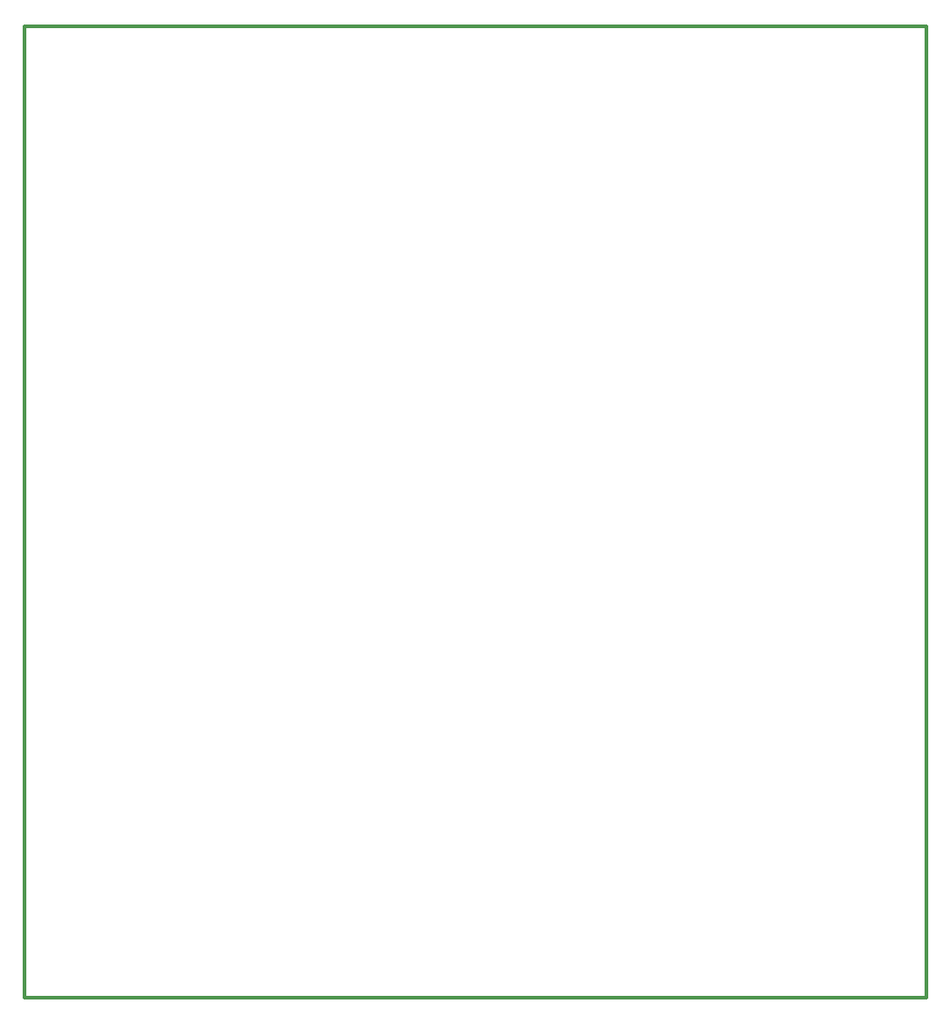
<source format=gko>
G04*
G04 #@! TF.GenerationSoftware,Altium Limited,Altium Designer,20.0.13 (296)*
G04*
G04 Layer_Color=16711935*
%FSLAX44Y44*%
%MOMM*%
G71*
G01*
G75*
%ADD12C,0.3000*%
D12*
X0Y0D02*
Y906500D01*
X841500D01*
X0Y0D02*
X841500D01*
X841500Y906500D02*
X841500Y0D01*
M02*

</source>
